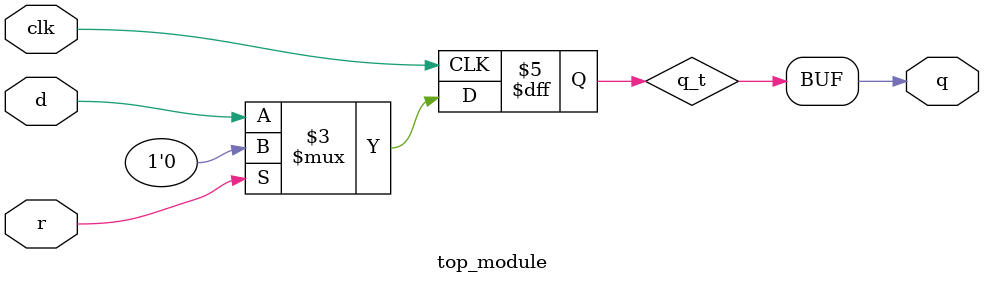
<source format=v>
module top_module (
    input clk,
    input d, 
    input r,   // synchronous reset
    output q);
	
    reg q_t;
    
    always @(posedge clk) begin
        if (r) begin
           q_t <= 1'b0; 
        end else begin
           q_t <= d; 
        end
    end
    
    assign q = q_t;
    
endmodule

</source>
